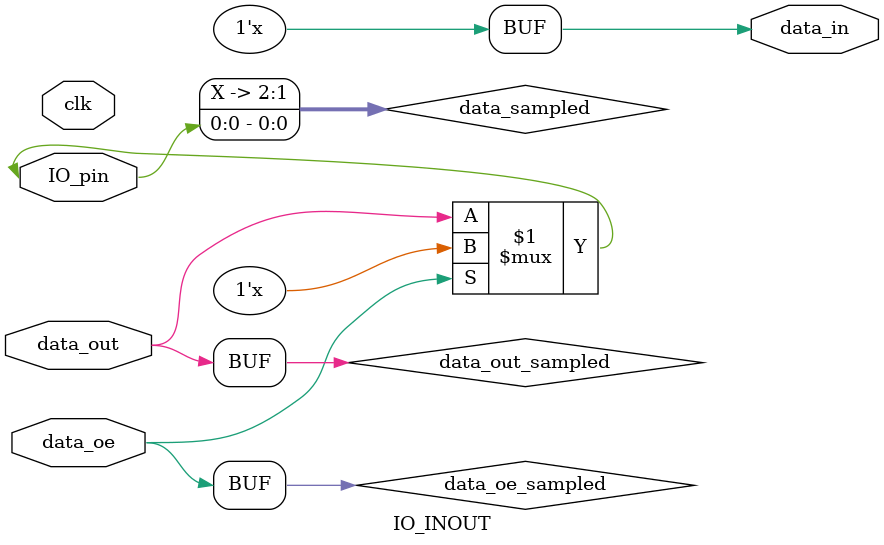
<source format=v>
`timescale 1 ns / 1 ps

module IO_INPUT (output reg data, input IO_pin, input clk);

reg [2:0] data_sampled = 0;

always @(clk)		{data, data_sampled} <= {data_sampled, IO_pin};

endmodule


module IO_OUTPUT (output reg IO_pin, input data, input clk);

always @(clk)		IO_pin <= data;

endmodule



module IO_INOUT (inout IO_pin, output reg data_in, input data_out, input data_oe, input clk);

reg       data_out_sampled = 0;
reg       data_oe_sampled  = 0;
reg [2:0] data_sampled     = 0;

assign IO_pin = data_oe_sampled ?  1'bz : data_out_sampled;

always @(clk)		
begin
	data_out_sampled        <= data_out ;
	data_oe_sampled         <= data_oe  ;	
	{data_in, data_sampled} <= {data_sampled, IO_pin};
end

endmodule



</source>
